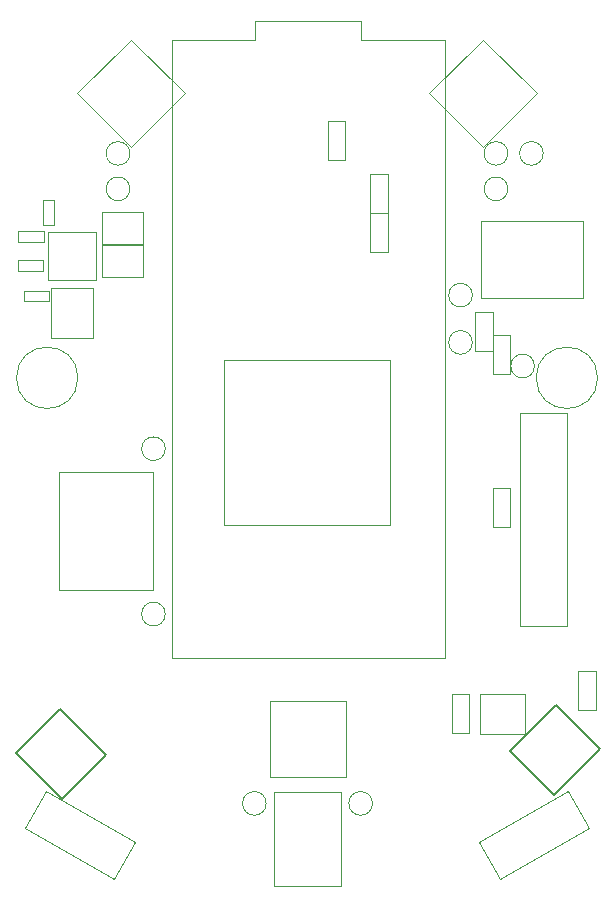
<source format=gbr>
G04 #@! TF.GenerationSoftware,KiCad,Pcbnew,9.0.0*
G04 #@! TF.CreationDate,2025-04-22T19:19:30+02:00*
G04 #@! TF.ProjectId,bio_robots,62696f5f-726f-4626-9f74-732e6b696361,rev?*
G04 #@! TF.SameCoordinates,Original*
G04 #@! TF.FileFunction,Other,User*
%FSLAX46Y46*%
G04 Gerber Fmt 4.6, Leading zero omitted, Abs format (unit mm)*
G04 Created by KiCad (PCBNEW 9.0.0) date 2025-04-22 19:19:30*
%MOMM*%
%LPD*%
G01*
G04 APERTURE LIST*
%ADD10C,0.050000*%
%ADD11C,0.100000*%
%ADD12C,0.152400*%
G04 APERTURE END LIST*
D10*
X110770000Y-110350000D02*
X112230000Y-110350000D01*
X110770000Y-113650000D02*
X110770000Y-110350000D01*
X112230000Y-110350000D02*
X112230000Y-113650000D01*
X112230000Y-113650000D02*
X110770000Y-113650000D01*
X75600000Y-101000000D02*
G75*
G02*
X70400000Y-101000000I-2600000J0D01*
G01*
X70400000Y-101000000D02*
G75*
G02*
X75600000Y-101000000I2600000J0D01*
G01*
X75555278Y-76905097D02*
X80094903Y-81444722D01*
X80094903Y-81444722D02*
X84641600Y-76898026D01*
X80101974Y-72358400D02*
X75555278Y-76905097D01*
X84641600Y-76898026D02*
X80101974Y-72358400D01*
D11*
X113000000Y-122000000D02*
X117000000Y-122000000D01*
X117000000Y-104000000D01*
X113000000Y-104000000D01*
X113000000Y-122000000D01*
X74000000Y-109000000D02*
X82000000Y-109000000D01*
X82000000Y-119000000D01*
X74000000Y-119000000D01*
X74000000Y-109000000D01*
D10*
X119600000Y-101000000D02*
G75*
G02*
X114400000Y-101000000I-2600000J0D01*
G01*
X114400000Y-101000000D02*
G75*
G02*
X119600000Y-101000000I2600000J0D01*
G01*
X109260000Y-95462500D02*
X110720000Y-95462500D01*
X109260000Y-98762500D02*
X109260000Y-95462500D01*
X110720000Y-95462500D02*
X110720000Y-98762500D01*
X110720000Y-98762500D02*
X109260000Y-98762500D01*
X70500000Y-88530000D02*
X72700000Y-88530000D01*
X70500000Y-89470000D02*
X70500000Y-88530000D01*
X72700000Y-88530000D02*
X72700000Y-89470000D01*
X72700000Y-89470000D02*
X70500000Y-89470000D01*
D12*
X112174411Y-132571842D02*
X115928158Y-136325589D01*
X115928158Y-136325589D02*
X119825589Y-132428158D01*
X116071842Y-128674411D02*
X112174411Y-132571842D01*
X119825589Y-132428158D02*
X116071842Y-128674411D01*
D10*
X114250000Y-100000000D02*
G75*
G02*
X112250000Y-100000000I-1000000J0D01*
G01*
X112250000Y-100000000D02*
G75*
G02*
X114250000Y-100000000I1000000J0D01*
G01*
X80000000Y-85000000D02*
G75*
G02*
X78000000Y-85000000I-1000000J0D01*
G01*
X78000000Y-85000000D02*
G75*
G02*
X80000000Y-85000000I1000000J0D01*
G01*
X77650000Y-89750000D02*
X81150000Y-89750000D01*
X77650000Y-92450000D02*
X77650000Y-89750000D01*
X81150000Y-89750000D02*
X81150000Y-92450000D01*
X81150000Y-92450000D02*
X77650000Y-92450000D01*
X83000000Y-121000000D02*
G75*
G02*
X81000000Y-121000000I-1000000J0D01*
G01*
X81000000Y-121000000D02*
G75*
G02*
X83000000Y-121000000I1000000J0D01*
G01*
X92215000Y-136031362D02*
X97865000Y-136031362D01*
X92215000Y-144031362D02*
X92215000Y-136031362D01*
X97865000Y-136031362D02*
X97865000Y-144031362D01*
X97865000Y-144031362D02*
X92215000Y-144031362D01*
X99610000Y-72380000D02*
X106650000Y-72380000D01*
X106650000Y-124680000D01*
X83570000Y-124680000D01*
X83570000Y-72380000D01*
X90610000Y-72380000D01*
X90610000Y-70830000D01*
X99610000Y-70830000D01*
X99610000Y-72380000D01*
X73299999Y-97600001D02*
X73299999Y-93400002D01*
X76899999Y-93400002D02*
X73299999Y-93400002D01*
X76899999Y-97600001D02*
X73299999Y-97600001D01*
X76899999Y-97600001D02*
X76899999Y-93400002D01*
X71020000Y-93607500D02*
X73180000Y-93607500D01*
X71020000Y-94527500D02*
X71020000Y-93607500D01*
X73180000Y-93607500D02*
X73180000Y-94527500D01*
X73180000Y-94527500D02*
X71020000Y-94527500D01*
X112000000Y-82000000D02*
G75*
G02*
X110000000Y-82000000I-1000000J0D01*
G01*
X110000000Y-82000000D02*
G75*
G02*
X112000000Y-82000000I1000000J0D01*
G01*
X72640000Y-85920000D02*
X73560000Y-85920000D01*
X72640000Y-88080000D02*
X72640000Y-85920000D01*
X73560000Y-85920000D02*
X73560000Y-88080000D01*
X73560000Y-88080000D02*
X72640000Y-88080000D01*
X100370000Y-83750000D02*
X101830000Y-83750000D01*
X100370000Y-87050000D02*
X100370000Y-83750000D01*
X101830000Y-83750000D02*
X101830000Y-87050000D01*
X101830000Y-87050000D02*
X100370000Y-87050000D01*
X109760999Y-87750000D02*
X109760999Y-94250000D01*
X109760999Y-94250000D02*
X118400999Y-94250000D01*
X118400999Y-87750000D02*
X109760999Y-87750000D01*
X118400999Y-94250000D02*
X118400999Y-87750000D01*
X117970000Y-125850000D02*
X119430000Y-125850000D01*
X117970000Y-129150000D02*
X117970000Y-125850000D01*
X119430000Y-125850000D02*
X119430000Y-129150000D01*
X119430000Y-129150000D02*
X117970000Y-129150000D01*
X109617500Y-127750000D02*
X109617500Y-131150000D01*
X109617500Y-131150000D02*
X113457500Y-131150000D01*
X113457500Y-127750000D02*
X109617500Y-127750000D01*
X113457500Y-131150000D02*
X113457500Y-127750000D01*
X70520000Y-91040000D02*
X72680000Y-91040000D01*
X70520000Y-91960000D02*
X70520000Y-91040000D01*
X72680000Y-91040000D02*
X72680000Y-91960000D01*
X72680000Y-91960000D02*
X70520000Y-91960000D01*
X100370000Y-87050000D02*
X101830000Y-87050000D01*
X100370000Y-90350000D02*
X100370000Y-87050000D01*
X101830000Y-87050000D02*
X101830000Y-90350000D01*
X101830000Y-90350000D02*
X100370000Y-90350000D01*
X109000000Y-94000000D02*
G75*
G02*
X107000000Y-94000000I-1000000J0D01*
G01*
X107000000Y-94000000D02*
G75*
G02*
X109000000Y-94000000I1000000J0D01*
G01*
X100540000Y-137031362D02*
G75*
G02*
X98540000Y-137031362I-1000000J0D01*
G01*
X98540000Y-137031362D02*
G75*
G02*
X100540000Y-137031362I1000000J0D01*
G01*
X83000000Y-107000000D02*
G75*
G02*
X81000000Y-107000000I-1000000J0D01*
G01*
X81000000Y-107000000D02*
G75*
G02*
X83000000Y-107000000I1000000J0D01*
G01*
X96770000Y-79262500D02*
X98230000Y-79262500D01*
X96770000Y-82562500D02*
X96770000Y-79262500D01*
X98230000Y-79262500D02*
X98230000Y-82562500D01*
X98230000Y-82562500D02*
X96770000Y-82562500D01*
X115000000Y-82000000D02*
G75*
G02*
X113000000Y-82000000I-1000000J0D01*
G01*
X113000000Y-82000000D02*
G75*
G02*
X115000000Y-82000000I1000000J0D01*
G01*
X91910000Y-128390000D02*
X91910000Y-134810000D01*
X91910000Y-134810000D02*
X98340000Y-134810000D01*
X98340000Y-128390000D02*
X91910000Y-128390000D01*
X98340000Y-134810000D02*
X98340000Y-128390000D01*
D12*
X70325883Y-132776686D02*
X74223314Y-136674117D01*
X74079630Y-129022939D02*
X70325883Y-132776686D01*
X74223314Y-136674117D02*
X77977061Y-132920370D01*
X77977061Y-132920370D02*
X74079630Y-129022939D01*
D10*
X72941746Y-136001154D02*
X71141746Y-139118846D01*
X72941746Y-136001154D02*
X80458847Y-140341154D01*
X78658847Y-143458846D02*
X71141746Y-139118846D01*
X78658847Y-143458846D02*
X80458847Y-140341154D01*
X105358400Y-76898026D02*
X109905097Y-81444722D01*
X109898026Y-72358400D02*
X105358400Y-76898026D01*
X109905097Y-81444722D02*
X114444722Y-76905097D01*
X114444722Y-76905097D02*
X109898026Y-72358400D01*
X109541154Y-140341154D02*
X111341154Y-143458846D01*
X109541154Y-140341154D02*
X117058255Y-136001154D01*
X118858255Y-139118846D02*
X111341154Y-143458846D01*
X118858255Y-139118846D02*
X117058255Y-136001154D01*
D11*
X88000000Y-99500000D02*
X102000000Y-99500000D01*
X102000000Y-113500000D01*
X88000000Y-113500000D01*
X88000000Y-99500000D01*
D10*
X91540000Y-137031362D02*
G75*
G02*
X89540000Y-137031362I-1000000J0D01*
G01*
X89540000Y-137031362D02*
G75*
G02*
X91540000Y-137031362I1000000J0D01*
G01*
X80000000Y-82000000D02*
G75*
G02*
X78000000Y-82000000I-1000000J0D01*
G01*
X78000000Y-82000000D02*
G75*
G02*
X80000000Y-82000000I1000000J0D01*
G01*
X112000000Y-85000000D02*
G75*
G02*
X110000000Y-85000000I-1000000J0D01*
G01*
X110000000Y-85000000D02*
G75*
G02*
X112000000Y-85000000I1000000J0D01*
G01*
X109000000Y-98000000D02*
G75*
G02*
X107000000Y-98000000I-1000000J0D01*
G01*
X107000000Y-98000000D02*
G75*
G02*
X109000000Y-98000000I1000000J0D01*
G01*
X73050000Y-88650000D02*
X77150000Y-88650000D01*
X73050000Y-92750000D02*
X73050000Y-88650000D01*
X77150000Y-88650000D02*
X77150000Y-92750000D01*
X77150000Y-92750000D02*
X73050000Y-92750000D01*
X110770000Y-97350000D02*
X112230000Y-97350000D01*
X110770000Y-100650000D02*
X110770000Y-97350000D01*
X112230000Y-97350000D02*
X112230000Y-100650000D01*
X112230000Y-100650000D02*
X110770000Y-100650000D01*
X107270000Y-127800000D02*
X108730000Y-127800000D01*
X107270000Y-131100000D02*
X107270000Y-127800000D01*
X108730000Y-127800000D02*
X108730000Y-131100000D01*
X108730000Y-131100000D02*
X107270000Y-131100000D01*
X77650000Y-87000000D02*
X81150000Y-87000000D01*
X77650000Y-89700000D02*
X77650000Y-87000000D01*
X81150000Y-87000000D02*
X81150000Y-89700000D01*
X81150000Y-89700000D02*
X77650000Y-89700000D01*
M02*

</source>
